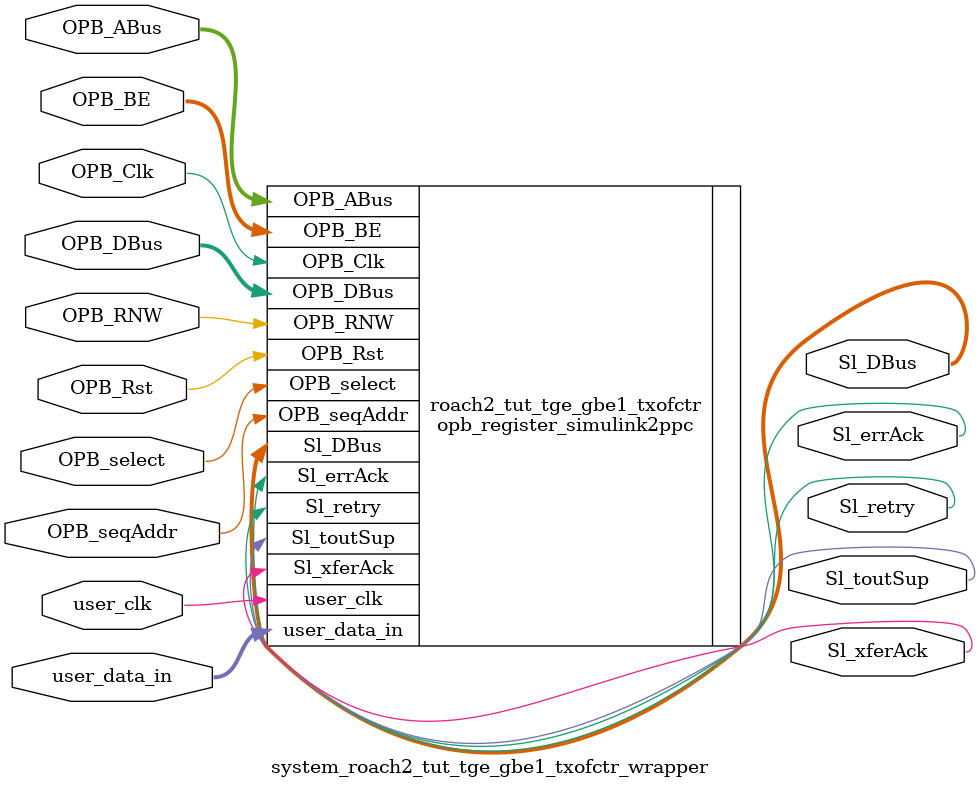
<source format=v>

module system_roach2_tut_tge_gbe1_txofctr_wrapper
  (
    OPB_Clk,
    OPB_Rst,
    Sl_DBus,
    Sl_errAck,
    Sl_retry,
    Sl_toutSup,
    Sl_xferAck,
    OPB_ABus,
    OPB_BE,
    OPB_DBus,
    OPB_RNW,
    OPB_select,
    OPB_seqAddr,
    user_data_in,
    user_clk
  );
  input OPB_Clk;
  input OPB_Rst;
  output [0:31] Sl_DBus;
  output Sl_errAck;
  output Sl_retry;
  output Sl_toutSup;
  output Sl_xferAck;
  input [0:31] OPB_ABus;
  input [0:3] OPB_BE;
  input [0:31] OPB_DBus;
  input OPB_RNW;
  input OPB_select;
  input OPB_seqAddr;
  input [31:0] user_data_in;
  input user_clk;

  opb_register_simulink2ppc
    #(
      .C_BASEADDR ( 32'h010C0500 ),
      .C_HIGHADDR ( 32'h010C05FF ),
      .C_OPB_AWIDTH ( 32 ),
      .C_OPB_DWIDTH ( 32 ),
      .C_FAMILY ( "virtex6" )
    )
    roach2_tut_tge_gbe1_txofctr (
      .OPB_Clk ( OPB_Clk ),
      .OPB_Rst ( OPB_Rst ),
      .Sl_DBus ( Sl_DBus ),
      .Sl_errAck ( Sl_errAck ),
      .Sl_retry ( Sl_retry ),
      .Sl_toutSup ( Sl_toutSup ),
      .Sl_xferAck ( Sl_xferAck ),
      .OPB_ABus ( OPB_ABus ),
      .OPB_BE ( OPB_BE ),
      .OPB_DBus ( OPB_DBus ),
      .OPB_RNW ( OPB_RNW ),
      .OPB_select ( OPB_select ),
      .OPB_seqAddr ( OPB_seqAddr ),
      .user_data_in ( user_data_in ),
      .user_clk ( user_clk )
    );

endmodule


</source>
